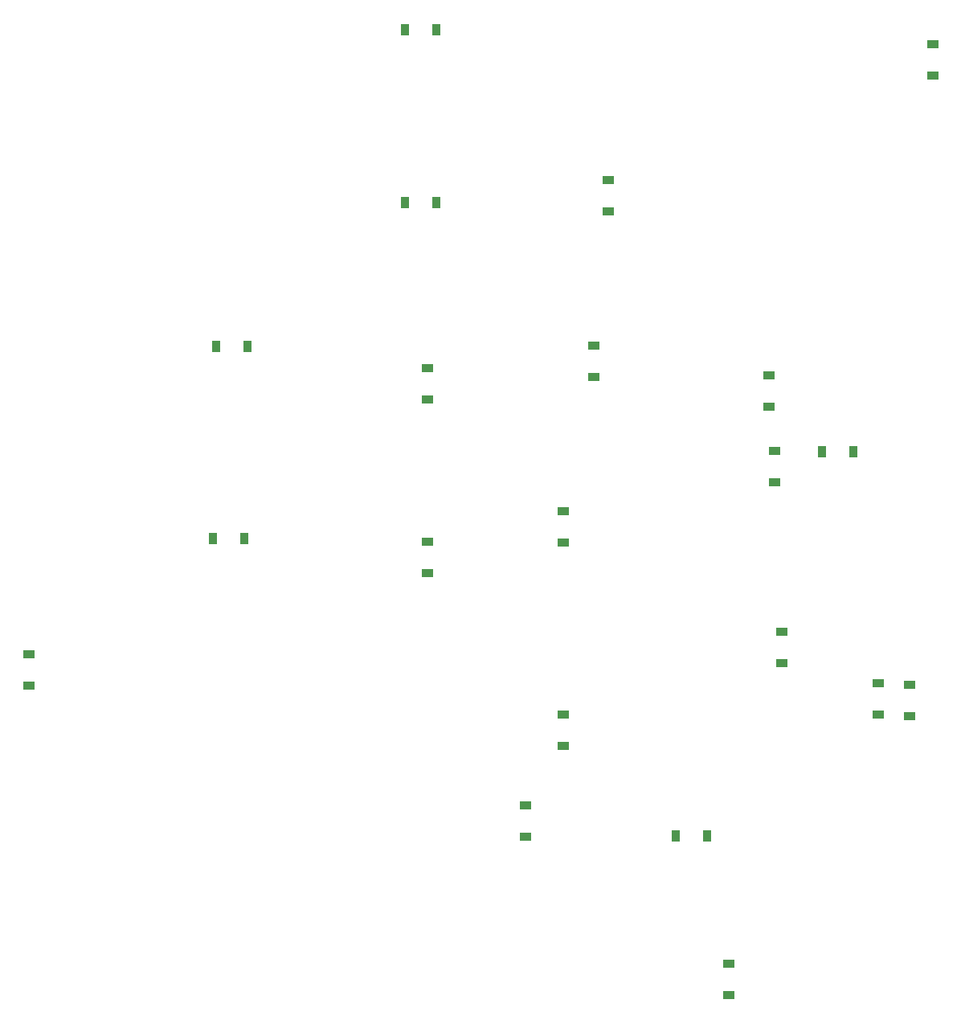
<source format=gbr>
G04 #@! TF.GenerationSoftware,KiCad,Pcbnew,(5.1.4-0)*
G04 #@! TF.CreationDate,2021-02-04T00:36:41-05:00*
G04 #@! TF.ProjectId,mxnatee,6d786e61-7465-4652-9e6b-696361645f70,rev?*
G04 #@! TF.SameCoordinates,Original*
G04 #@! TF.FileFunction,Paste,Bot*
G04 #@! TF.FilePolarity,Positive*
%FSLAX46Y46*%
G04 Gerber Fmt 4.6, Leading zero omitted, Abs format (unit mm)*
G04 Created by KiCad (PCBNEW (5.1.4-0)) date 2021-02-04 00:36:41*
%MOMM*%
%LPD*%
G04 APERTURE LIST*
%ADD10R,1.200000X0.900000*%
%ADD11R,0.900000X1.200000*%
G04 APERTURE END LIST*
D10*
X126206250Y-30100000D03*
X126206250Y-33400000D03*
X108966000Y-68325000D03*
X108966000Y-65025000D03*
X104775000Y-127001000D03*
X104775000Y-130301000D03*
D11*
X99156250Y-113506250D03*
X102456250Y-113506250D03*
D10*
X87312500Y-104043750D03*
X87312500Y-100743750D03*
X83343750Y-110268750D03*
X83343750Y-113568750D03*
X30956250Y-97693750D03*
X30956250Y-94393750D03*
X120523000Y-97410000D03*
X120523000Y-100710000D03*
X110331250Y-92012500D03*
X110331250Y-95312500D03*
X87312500Y-82612500D03*
X87312500Y-79312500D03*
X73025000Y-82487500D03*
X73025000Y-85787500D03*
D11*
X53720000Y-82169000D03*
X50420000Y-82169000D03*
D10*
X123825000Y-97568750D03*
X123825000Y-100868750D03*
X109537500Y-72962500D03*
X109537500Y-76262500D03*
X90487500Y-65150000D03*
X90487500Y-61850000D03*
X73025000Y-64231250D03*
X73025000Y-67531250D03*
D11*
X54037500Y-61912500D03*
X50737500Y-61912500D03*
X114555000Y-73025000D03*
X117855000Y-73025000D03*
D10*
X92075000Y-47687500D03*
X92075000Y-44387500D03*
D11*
X73881250Y-46831250D03*
X70581250Y-46831250D03*
X73881250Y-28575000D03*
X70581250Y-28575000D03*
M02*

</source>
